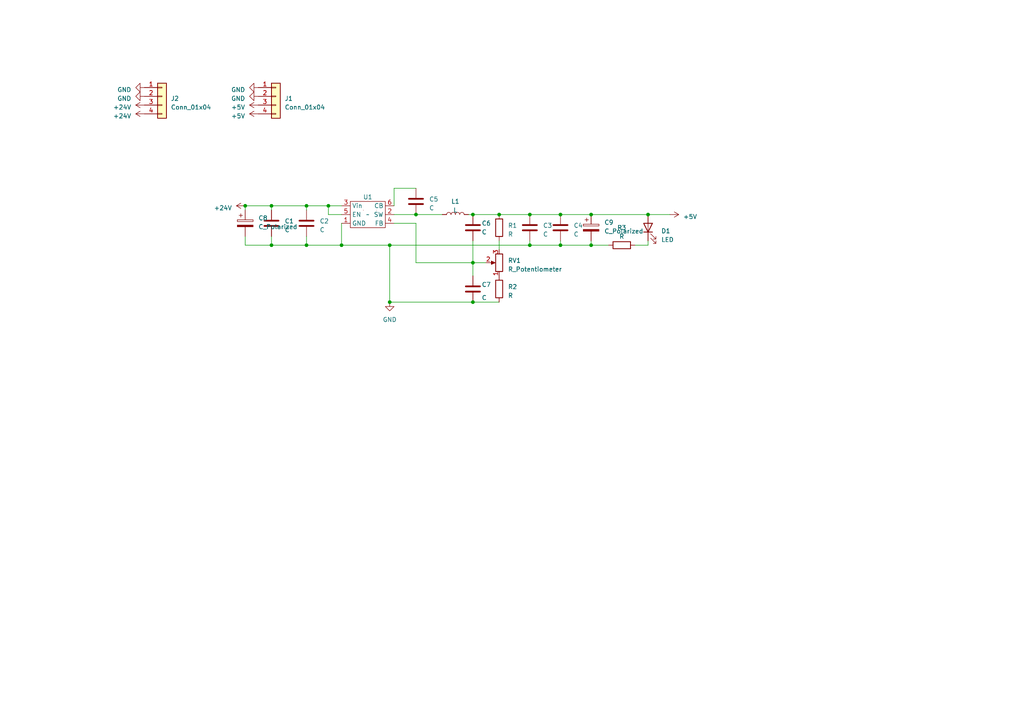
<source format=kicad_sch>
(kicad_sch (version 20230121) (generator eeschema)
  (paper "A4")
  (lib_symbols
    (symbol "Connector_Generic:Conn_01x04" (pin_names (offset 1.016) hide)
      (property "Reference" "J" (at 0 5.08 0))
      (property "Value" "Conn_01x04" (at 0 -7.62 0))
      (symbol "Conn_01x04_1_1"
        (rectangle (start -1.27 -4.953) (end 0 -5.207) (stroke (width 0.1524)))
        (rectangle (start -1.27 -2.413) (end 0 -2.667) (stroke (width 0.1524)))
        (rectangle (start -1.27 0.127) (end 0 -0.127) (stroke (width 0.1524)))
        (rectangle (start -1.27 2.667) (end 0 2.413) (stroke (width 0.1524)))
        (rectangle (start -1.27 3.81) (end 1.27 -6.35) (stroke (width 0.254)) (fill (type background)))
        (pin passive line (at -5.08 2.54 0) (length 3.81) (name "Pin_1") (number "1"))
        (pin passive line (at -5.08 0 0) (length 3.81) (name "Pin_2") (number "2"))
        (pin passive line (at -5.08 -2.54 0) (length 3.81) (name "Pin_3") (number "3"))
        (pin passive line (at -5.08 -5.08 0) (length 3.81) (name "Pin_4") (number "4"))
      )
    )
    (symbol "Device:C" (pin_numbers hide) (pin_names (offset 0.254))
      (property "Reference" "C" (at 0.635 2.54 0))
      (property "Value" "C" (at 0.635 -2.54 0))
      (symbol "C_0_1"
        (polyline (pts (xy -2.032 -0.762) (xy 2.032 -0.762)) (stroke (width 0.508)))
        (polyline (pts (xy -2.032 0.762) (xy 2.032 0.762)) (stroke (width 0.508)))
      )
      (symbol "C_1_1"
        (pin passive line (at 0 3.81 270) (length 2.794) (name "~") (number "1"))
        (pin passive line (at 0 -3.81 90) (length 2.794) (name "~") (number "2"))
      )
    )
    (symbol "Device:C_Polarized" (pin_numbers hide) (pin_names (offset 0.254))
      (property "Reference" "C" (at 0.635 2.54 0))
      (property "Value" "C_Polarized" (at 0.635 -2.54 0))
      (symbol "C_Polarized_0_1"
        (rectangle (start -2.286 0.508) (end 2.286 1.016))
        (polyline (pts (xy -1.778 2.286) (xy -0.762 2.286)))
        (polyline (pts (xy -1.27 2.794) (xy -1.27 1.778)))
        (rectangle (start 2.286 -0.508) (end -2.286 -1.016) (fill (type outline)))
      )
      (symbol "C_Polarized_1_1"
        (pin passive line (at 0 3.81 270) (length 2.794) (name "~") (number "1"))
        (pin passive line (at 0 -3.81 90) (length 2.794) (name "~") (number "2"))
      )
    )
    (symbol "Device:L" (pin_numbers hide) (pin_names (offset 1.016) hide)
      (property "Reference" "L" (at -1.27 0 90))
      (property "Value" "L" (at 1.905 0 90))
      (symbol "L_0_1"
        (arc (start 0 -2.54) (mid 0.6323 -1.905) (end 0 -1.27))
        (arc (start 0 -1.27) (mid 0.6323 -0.635) (end 0 0))
        (arc (start 0 0) (mid 0.6323 0.635) (end 0 1.27))
        (arc (start 0 1.27) (mid 0.6323 1.905) (end 0 2.54))
      )
      (symbol "L_1_1"
        (pin passive line (at 0 3.81 270) (length 1.27) (name "1") (number "1"))
        (pin passive line (at 0 -3.81 90) (length 1.27) (name "2") (number "2"))
      )
    )
    (symbol "Device:LED" (pin_numbers hide) (pin_names (offset 1.016) hide)
      (property "Reference" "D" (at 0 2.54 0))
      (property "Value" "LED" (at 0 -2.54 0))
      (symbol "LED_0_1"
        (polyline (pts (xy -1.27 -1.27) (xy -1.27 1.27)) (stroke (width 0.254)))
        (polyline (pts (xy -1.27 0) (xy 1.27 0)))
        (polyline (pts (xy 1.27 -1.27) (xy 1.27 1.27) (xy -1.27 0) (xy 1.27 -1.27)) (stroke (width 0.254)))
        (polyline (pts (xy -3.048 -0.762) (xy -4.572 -2.286) (xy -3.81 -2.286) (xy -4.572 -2.286) (xy -4.572 -1.524)))
        (polyline (pts (xy -1.778 -0.762) (xy -3.302 -2.286) (xy -2.54 -2.286) (xy -3.302 -2.286) (xy -3.302 -1.524)))
      )
      (symbol "LED_1_1"
        (pin passive line (at -3.81 0 0) (length 2.54) (name "K") (number "1"))
        (pin passive line (at 3.81 0 180) (length 2.54) (name "A") (number "2"))
      )
    )
    (symbol "Device:R" (pin_numbers hide) (pin_names (offset 0))
      (property "Reference" "R" (at 2.032 0 90))
      (property "Value" "R" (at 0 0 90))
      (symbol "R_0_1"
        (rectangle (start -1.016 -2.54) (end 1.016 2.54) (stroke (width 0.254)))
      )
      (symbol "R_1_1"
        (pin passive line (at 0 3.81 270) (length 1.27) (name "~") (number "1"))
        (pin passive line (at 0 -3.81 90) (length 1.27) (name "~") (number "2"))
      )
    )
    (symbol "Device:R_Potentiometer" (pin_names (offset 1.016) hide)
      (property "Reference" "RV" (at -4.445 0 90))
      (property "Value" "R_Potentiometer" (at -2.54 0 90))
      (symbol "R_Potentiometer_0_1"
        (polyline (pts (xy 2.54 0) (xy 1.524 0)))
        (polyline (pts (xy 1.143 0) (xy 2.286 0.508) (xy 2.286 -0.508) (xy 1.143 0)) (fill (type outline)))
        (rectangle (start 1.016 2.54) (end -1.016 -2.54) (stroke (width 0.254)))
      )
      (symbol "R_Potentiometer_1_1"
        (pin passive line (at 0 3.81 270) (length 1.27) (name "1") (number "1"))
        (pin passive line (at 3.81 0 180) (length 1.27) (name "2") (number "2"))
        (pin passive line (at 0 -3.81 90) (length 1.27) (name "3") (number "3"))
      )
    )
    (symbol "lucas_lib:LMR51430"
      (property "Reference" "U" (at 0 -5.08 0))
      (symbol "LMR51430_0_1"
        (rectangle (start -5.08 3.81) (end 5.08 -3.81))
        (rectangle (start -1.27 1.27) (end -1.27 1.27))
        (rectangle (start 2.54 1.27) (end 2.54 1.27))
      )
      (symbol "LMR51430_1_1"
        (pin passive line (at -7.62 -2.54 0) (length 2.54) (name "GND") (number "1"))
        (pin output line (at 7.62 0 180) (length 2.54) (name "SW") (number "2"))
        (pin input line (at -7.62 2.54 0) (length 2.54) (name "Vin") (number "3"))
        (pin input line (at 7.62 -2.54 180) (length 2.54) (name "FB") (number "4"))
        (pin input line (at -7.62 0 0) (length 2.54) (name "EN") (number "5"))
        (pin passive line (at 7.62 2.54 180) (length 2.54) (name "CB") (number "6"))
      )
    )
    (symbol "power:+24V" (power) (pin_names (offset 0))
      (property "Value" "+24V" (at 0 3.556 0))
      (symbol "+24V_0_1"
        (polyline (pts (xy -0.762 1.27) (xy 0 2.54)))
        (polyline (pts (xy 0 0) (xy 0 2.54)))
        (polyline (pts (xy 0 2.54) (xy 0.762 1.27)))
      )
      (symbol "+24V_1_1"
        (pin power_in line (at 0 0 90) (length 0) hide (name "+24V") (number "1"))
      )
    )
    (symbol "power:+5V" (power) (pin_names (offset 0))
      (property "Value" "+5V" (at 0 3.556 0))
      (symbol "+5V_0_1"
        (polyline (pts (xy -0.762 1.27) (xy 0 2.54)))
        (polyline (pts (xy 0 0) (xy 0 2.54)))
        (polyline (pts (xy 0 2.54) (xy 0.762 1.27)))
      )
      (symbol "+5V_1_1"
        (pin power_in line (at 0 0 90) (length 0) hide (name "+5V") (number "1"))
      )
    )
    (symbol "power:GND" (power) (pin_names (offset 0))
      (property "Value" "GND" (at 0 -3.81 0))
      (symbol "GND_0_1"
        (polyline (pts (xy 0 0) (xy 0 -1.27) (xy 1.27 -1.27) (xy 0 -2.54) (xy -1.27 -1.27) (xy 0 -1.27)))
      )
      (symbol "GND_1_1"
        (pin power_in line (at 0 0 270) (length 0) hide (name "GND") (number "1"))
      )
    )
  )
  (junction (at 144.78 62.23))
  (junction (at 153.67 62.23))
  (junction (at 99.06 71.12))
  (junction (at 162.56 71.12))
  (junction (at 187.96 62.23))
  (junction (at 162.56 62.23))
  (junction (at 78.74 59.69))
  (junction (at 171.45 62.23))
  (junction (at 95.25 59.69))
  (junction (at 88.9 59.69))
  (junction (at 137.16 62.23))
  (junction (at 153.67 71.12))
  (junction (at 88.9 71.12))
  (junction (at 78.74 71.12))
  (junction (at 137.16 76.2))
  (junction (at 113.03 71.12))
  (junction (at 71.12 59.69))
  (junction (at 171.45 71.12))
  (junction (at 120.65 62.23))
  (junction (at 113.03 87.63))
  (junction (at 137.16 87.63))
  (wire (pts (xy 153.67 71.12) (xy 162.56 71.12)))
  (wire (pts (xy 99.06 64.77) (xy 99.06 71.12)))
  (wire (pts (xy 114.3 59.69) (xy 114.3 54.61)))
  (wire (pts (xy 120.65 64.77) (xy 114.3 64.77)))
  (wire (pts (xy 184.15 71.12) (xy 187.96 71.12)))
  (wire (pts (xy 137.16 76.2) (xy 137.16 80.01)))
  (wire (pts (xy 171.45 62.23) (xy 187.96 62.23)))
  (wire (pts (xy 153.67 62.23) (xy 162.56 62.23)))
  (wire (pts (xy 78.74 71.12) (xy 78.74 68.58)))
  (wire (pts (xy 113.03 87.63) (xy 113.03 71.12)))
  (wire (pts (xy 153.67 69.85) (xy 153.67 71.12)))
  (wire (pts (xy 99.06 62.23) (xy 95.25 62.23)))
  (wire (pts (xy 78.74 59.69) (xy 78.74 60.96)))
  (wire (pts (xy 135.89 62.23) (xy 137.16 62.23)))
  (wire (pts (xy 78.74 59.69) (xy 88.9 59.69)))
  (wire (pts (xy 171.45 71.12) (xy 176.53 71.12)))
  (wire (pts (xy 171.45 71.12) (xy 162.56 71.12)))
  (wire (pts (xy 88.9 60.96) (xy 88.9 59.69)))
  (wire (pts (xy 88.9 59.69) (xy 95.25 59.69)))
  (wire (pts (xy 114.3 62.23) (xy 120.65 62.23)))
  (wire (pts (xy 144.78 87.63) (xy 137.16 87.63)))
  (wire (pts (xy 120.65 62.23) (xy 128.27 62.23)))
  (wire (pts (xy 120.65 76.2) (xy 120.65 64.77)))
  (wire (pts (xy 95.25 59.69) (xy 99.06 59.69)))
  (wire (pts (xy 187.96 62.23) (xy 194.31 62.23)))
  (wire (pts (xy 113.03 71.12) (xy 99.06 71.12)))
  (wire (pts (xy 113.03 71.12) (xy 153.67 71.12)))
  (wire (pts (xy 171.45 69.85) (xy 171.45 71.12)))
  (wire (pts (xy 114.3 54.61) (xy 120.65 54.61)))
  (wire (pts (xy 187.96 71.12) (xy 187.96 69.85)))
  (wire (pts (xy 137.16 87.63) (xy 113.03 87.63)))
  (wire (pts (xy 162.56 62.23) (xy 171.45 62.23)))
  (wire (pts (xy 144.78 72.39) (xy 144.78 69.85)))
  (wire (pts (xy 162.56 69.85) (xy 162.56 71.12)))
  (wire (pts (xy 137.16 69.85) (xy 137.16 76.2)))
  (wire (pts (xy 78.74 59.69) (xy 71.12 59.69)))
  (wire (pts (xy 99.06 71.12) (xy 88.9 71.12)))
  (wire (pts (xy 71.12 71.12) (xy 78.74 71.12)))
  (wire (pts (xy 137.16 76.2) (xy 120.65 76.2)))
  (wire (pts (xy 144.78 62.23) (xy 153.67 62.23)))
  (wire (pts (xy 71.12 68.58) (xy 71.12 71.12)))
  (wire (pts (xy 71.12 59.69) (xy 71.12 60.96)))
  (wire (pts (xy 78.74 71.12) (xy 88.9 71.12)))
  (wire (pts (xy 137.16 62.23) (xy 144.78 62.23)))
  (wire (pts (xy 140.97 76.2) (xy 137.16 76.2)))
  (wire (pts (xy 95.25 62.23) (xy 95.25 59.69)))
  (wire (pts (xy 88.9 71.12) (xy 88.9 68.58)))
  (symbol (lib_id "Device:R") (at 144.78 66.04 0) (unit 1)
    (property "Reference" "R1" (at 147.32 65.405 0) (effects (justify left)))
    (property "Value" "R" (at 147.32 67.945 0) (effects (justify left)))
    (property "Footprint" "Resistor_SMD:R_1206_3216Metric" (effects hide))
  )
  (symbol (lib_id "Connector_Generic:Conn_01x04") (at 80.01 27.94 0) (unit 1)
    (property "Reference" "J1" (at 82.55 28.575 0) (effects (justify left)))
    (property "Value" "Conn_01x04" (at 82.55 31.115 0) (effects (justify left)))
    (property "Footprint" "Connector_PinHeader_2.54mm:PinHeader_1x04_P2.54mm_Vertical" (effects hide))
  )
  (symbol (lib_id "Device:C") (at 137.16 66.04 0) (unit 1)
    (property "Reference" "C6" (at 139.7 64.77 0) (effects (justify left)))
    (property "Value" "C" (at 139.7 67.31 0) (effects (justify left)))
    (property "Footprint" "Capacitor_SMD:C_0805_2012Metric" (effects hide))
  )
  (symbol (lib_id "Device:R_Potentiometer") (at 144.78 76.2 180) (unit 1)
    (property "Reference" "RV1" (at 147.32 75.565 0) (effects (justify right)))
    (property "Value" "R_Potentiometer" (at 147.32 78.105 0) (effects (justify right)))
    (property "Footprint" "Potentiometer_THT:Potentiometer_Vishay_T7-YA_Single_Vertical" (effects hide))
  )
  (symbol (lib_id "power:+5V") (at 74.93 30.48 90) (unit 1)
    (property "Reference" "#PWR05" (effects hide))
    (property "Value" "+5V" (at 71.12 31.115 90) (effects (justify left)))
  )
  (symbol (lib_id "Device:R") (at 144.78 83.82 0) (unit 1)
    (property "Reference" "R2" (at 147.32 83.185 0) (effects (justify left)))
    (property "Value" "R" (at 147.32 85.725 0) (effects (justify left)))
    (property "Footprint" "Resistor_SMD:R_1206_3216Metric" (effects hide))
  )
  (symbol (lib_id "Device:L") (at 132.08 62.23 90) (unit 1)
    (property "Reference" "L1" (at 132.08 58.42 90))
    (property "Value" "L" (at 132.08 60.96 90))
    (property "Footprint" "5Vcontroller:13R682C" (effects hide))
  )
  (symbol (lib_id "Device:C") (at 88.9 64.77 0) (unit 1)
    (property "Reference" "C2" (at 92.71 64.135 0) (effects (justify left)))
    (property "Value" "C" (at 92.71 66.675 0) (effects (justify left)))
    (property "Footprint" "Capacitor_SMD:C_1812_4532Metric" (effects hide))
  )
  (symbol (lib_id "Device:R") (at 180.34 71.12 90) (unit 1)
    (property "Reference" "R3" (at 180.34 66.04 90))
    (property "Value" "R" (at 180.34 68.58 90))
    (property "Footprint" "Resistor_SMD:R_1206_3216Metric" (effects hide))
  )
  (symbol (lib_id "power:+24V") (at 41.91 33.02 90) (unit 1)
    (property "Reference" "#PWR011" (effects hide))
    (property "Value" "+24V" (at 38.1 33.655 90) (effects (justify left)))
  )
  (symbol (lib_id "power:+24V") (at 71.12 59.69 90) (unit 1)
    (property "Reference" "#PWR02" (effects hide))
    (property "Value" "+24V" (at 67.31 60.325 90) (effects (justify left)))
  )
  (symbol (lib_id "Device:LED") (at 187.96 66.04 90) (unit 1)
    (property "Reference" "D1" (at 191.77 66.9925 90) (effects (justify right)))
    (property "Value" "LED" (at 191.77 69.5325 90) (effects (justify right)))
    (property "Footprint" "LED_SMD:LED_1206_3216Metric" (effects hide))
  )
  (symbol (lib_id "power:GND") (at 74.93 27.94 270) (unit 1)
    (property "Reference" "#PWR07" (effects hide))
    (property "Value" "GND" (at 71.12 28.575 90) (effects (justify right)))
  )
  (symbol (lib_id "power:GND") (at 41.91 25.4 270) (unit 1)
    (property "Reference" "#PWR08" (effects hide))
    (property "Value" "GND" (at 38.1 26.035 90) (effects (justify right)))
  )
  (symbol (lib_id "Device:C") (at 153.67 66.04 0) (unit 1)
    (property "Reference" "C3" (at 157.48 65.405 0) (effects (justify left)))
    (property "Value" "C" (at 157.48 67.945 0) (effects (justify left)))
    (property "Footprint" "Capacitor_SMD:C_1206_3216Metric" (effects hide))
  )
  (symbol (lib_id "power:+5V") (at 194.31 62.23 270) (unit 1)
    (property "Reference" "#PWR03" (effects hide))
    (property "Value" "+5V" (at 198.12 62.865 90) (effects (justify left)))
  )
  (symbol (lib_id "Connector_Generic:Conn_01x04") (at 46.99 27.94 0) (unit 1)
    (property "Reference" "J2" (at 49.53 28.575 0) (effects (justify left)))
    (property "Value" "Conn_01x04" (at 49.53 31.115 0) (effects (justify left)))
    (property "Footprint" "Connector_PinHeader_2.54mm:PinHeader_1x04_P2.54mm_Vertical" (effects hide))
  )
  (symbol (lib_id "Device:C") (at 137.16 83.82 0) (unit 1)
    (property "Reference" "C7" (at 139.7 82.55 0) (effects (justify left)))
    (property "Value" "C" (at 139.7 86.36 0) (effects (justify left)))
    (property "Footprint" "Capacitor_SMD:C_0805_2012Metric" (effects hide))
  )
  (symbol (lib_id "power:GND") (at 41.91 27.94 270) (unit 1)
    (property "Reference" "#PWR09" (effects hide))
    (property "Value" "GND" (at 38.1 28.575 90) (effects (justify right)))
  )
  (symbol (lib_id "Device:C") (at 78.74 64.77 0) (unit 1)
    (property "Reference" "C1" (at 82.55 64.135 0) (effects (justify left)))
    (property "Value" "C" (at 82.55 66.675 0) (effects (justify left)))
    (property "Footprint" "Capacitor_SMD:C_1812_4532Metric" (effects hide))
  )
  (symbol (lib_id "Device:C_Polarized") (at 71.12 64.77 0) (unit 1)
    (property "Reference" "C8" (at 74.93 63.246 0) (effects (justify left)))
    (property "Value" "C_Polarized" (at 74.93 65.786 0) (effects (justify left)))
    (property "Footprint" "Capacitor_SMD:CP_Elec_8x5.4" (effects hide))
  )
  (symbol (lib_id "Device:C_Polarized") (at 171.45 66.04 0) (unit 1)
    (property "Reference" "C9" (at 175.26 64.516 0) (effects (justify left)))
    (property "Value" "C_Polarized" (at 175.26 67.056 0) (effects (justify left)))
    (property "Footprint" "Capacitor_SMD:CP_Elec_8x5.4" (effects hide))
  )
  (symbol (lib_id "power:+5V") (at 74.93 33.02 90) (unit 1)
    (property "Reference" "#PWR04" (effects hide))
    (property "Value" "+5V" (at 71.12 33.655 90) (effects (justify left)))
  )
  (symbol (lib_id "Device:C") (at 162.56 66.04 0) (unit 1)
    (property "Reference" "C4" (at 166.37 65.405 0) (effects (justify left)))
    (property "Value" "C" (at 166.37 67.945 0) (effects (justify left)))
    (property "Footprint" "Capacitor_SMD:C_1206_3216Metric" (effects hide))
  )
  (symbol (lib_id "power:+24V") (at 41.91 30.48 90) (unit 1)
    (property "Reference" "#PWR010" (effects hide))
    (property "Value" "+24V" (at 38.1 31.115 90) (effects (justify left)))
  )
  (symbol (lib_id "Device:C") (at 120.65 58.42 0) (unit 1)
    (property "Reference" "C5" (at 124.46 57.785 0) (effects (justify left)))
    (property "Value" "C" (at 124.46 60.325 0) (effects (justify left)))
    (property "Footprint" "Capacitor_SMD:C_1206_3216Metric" (effects hide))
  )
  (symbol (lib_id "power:GND") (at 113.03 87.63 0) (unit 1)
    (property "Reference" "#PWR01" (effects hide))
    (property "Value" "GND" (at 113.03 92.71 0))
  )
  (symbol (lib_id "power:GND") (at 74.93 25.4 270) (unit 1)
    (property "Reference" "#PWR06" (effects hide))
    (property "Value" "GND" (at 71.12 26.035 90) (effects (justify right)))
  )
  (symbol (lib_id "lucas_lib:LMR51430") (at 106.68 62.23 0) (unit 1)
    (property "Reference" "U1" (at 106.68 57.15 0))
    (property "Value" "~" (at 106.68 62.23 0))
    (property "Footprint" "Package_TO_SOT_SMD:SOT-23-6" (effects hide))
  )
)
</source>
